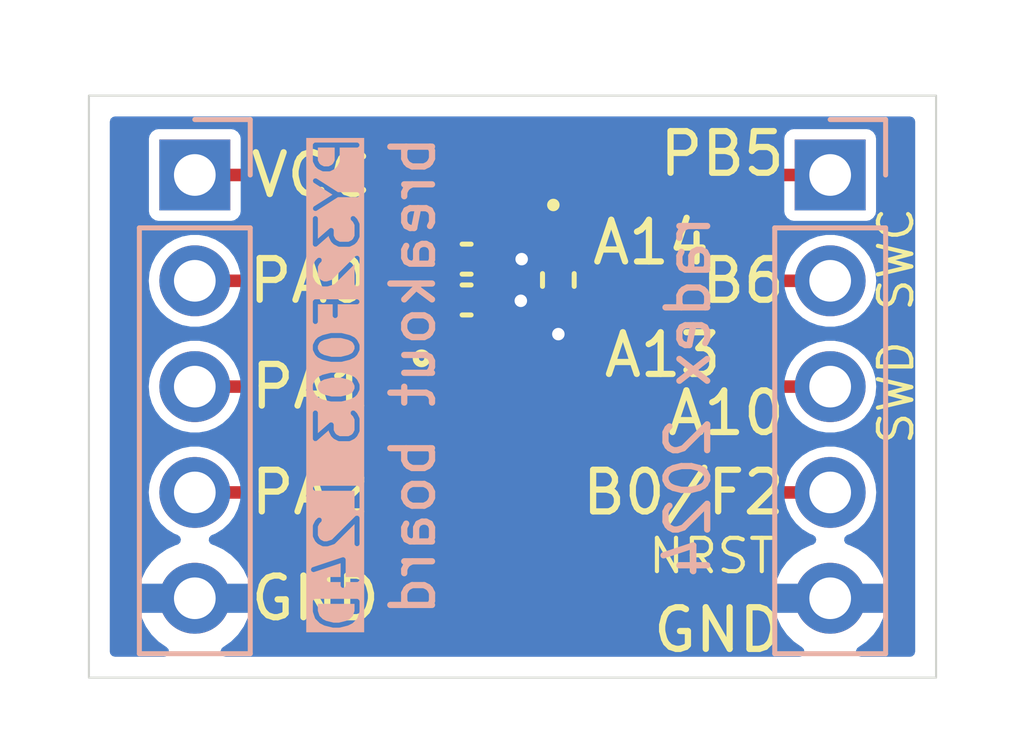
<source format=kicad_pcb>
(kicad_pcb (version 20240108) (generator "pcbnew") (generator_version "8.0")
  (layers (0 "F.Cu" signal) (31 "B.Cu" signal) (34 "B.Paste" user) (35 "F.Paste" user) (36 "B.SilkS" user "B.Silkscreen") (37 "F.SilkS" user "F.Silkscreen") (38 "B.Mask" user) (39 "F.Mask" user) (44 "Edge.Cuts" user))
  (net 0 "")
  (net 1 "GND")
  (net 2 "VCC")
  (net 3 "Net-(D151-Pad1)")
  (net 4 "Net-(J151-Pin_2)")
  (net 5 "Net-(J151-Pin_4)")
  (net 6 "Net-(J151-Pin_3)")
  (net 7 "Net-(J152-Pin_2)")
  (net 8 "Net-(J152-Pin_1)")
  (net 9 "Net-(J152-Pin_3)")
  (net 10 "Net-(J152-Pin_4)")
  (footprint "Capacitor_SMD:C_0402_1005Metric" (layer "F.Cu") (at 113.2 108.7)
    (property "Reference" "C152" (hide yes))
    (property "Value" "100n")
    (fp_line (start -0.107836 -0.36) (end 0.107836 -0.36) (stroke (width 0.12)) (layer "F.SilkS"))
    (fp_line (start -0.107836 0.36) (end 0.107836 0.36) (stroke (width 0.12)) (layer "F.SilkS"))
    (pad "1" smd roundrect (at -0.48 0) (size 0.56 0.62) (layers "F.Cu" "F.Paste" "F.Mask") (net 2 "VCC"))
    (pad "2" smd roundrect (at 0.48 0) (size 0.56 0.62) (layers "F.Cu" "F.Paste" "F.Mask") (net 1 "GND"))
  )
  (footprint "Capacitor_SMD:C_0402_1005Metric" (layer "F.Cu") (at 113.2 109.68)
    (property "Reference" "C151" (hide yes))
    (property "Value" "10n")
    (fp_line (start -0.107836 -0.36) (end 0.107836 -0.36) (stroke (width 0.12)) (layer "F.SilkS"))
    (fp_line (start -0.107836 0.36) (end 0.107836 0.36) (stroke (width 0.12)) (layer "F.SilkS"))
    (pad "1" smd roundrect (at -0.48 0) (size 0.56 0.62) (layers "F.Cu" "F.Paste" "F.Mask") (net 2 "VCC"))
    (pad "2" smd roundrect (at 0.48 0) (size 0.56 0.62) (layers "F.Cu" "F.Paste" "F.Mask") (net 1 "GND"))
  )
  (footprint "Resistor_SMD:R_0402_1005Metric" (layer "F.Cu") (at 115.4 109.2 90)
    (property "Reference" "R151" (hide yes))
    (property "Value" "1k")
    (fp_line (start -0.153641 -0.38) (end 0.153641 -0.38) (stroke (width 0.12)) (layer "F.SilkS"))
    (fp_line (start -0.153641 0.38) (end 0.153641 0.38) (stroke (width 0.12)) (layer "F.SilkS"))
    (pad "1" smd roundrect (at -0.51 0 90) (size 0.54 0.64) (layers "F.Cu" "F.Paste" "F.Mask") (net 1 "GND"))
    (pad "2" smd roundrect (at 0.51 0 90) (size 0.54 0.64) (layers "F.Cu" "F.Paste" "F.Mask") (net 3 "Net-(D151-Pad1)"))
  )
  (footprint "PCM_Package_DFN_QFN_AKL:DFN-8-1EP_3x2mm_P0.5mm_EP1.3x1.5mm" (layer "F.Cu") (at 114.12 112.28)
    (property "Reference" "U151" (hide yes))
    (property "Value" "PY32F003L24D" (hide yes))
    (fp_circle (center -2 -1.2) (end -1.9365 -1.2) (stroke (width 0.15)) (fill none) (layer "F.SilkS"))
    (pad "1" smd roundrect (at -1.45 -0.75) (size 0.75 0.3) (layers "F.Cu" "F.Paste" "F.Mask") (net 2 "VCC"))
    (pad "2" smd roundrect (at -1.45 -0.25) (size 0.75 0.3) (layers "F.Cu" "F.Paste" "F.Mask") (net 4 "Net-(J151-Pin_2)"))
    (pad "3" smd roundrect (at -1.45 0.25) (size 0.75 0.3) (layers "F.Cu" "F.Paste" "F.Mask") (net 6 "Net-(J151-Pin_3)"))
    (pad "4" smd roundrect (at -1.45 0.75) (size 0.75 0.3) (layers "F.Cu" "F.Paste" "F.Mask") (net 5 "Net-(J151-Pin_4)"))
    (pad "5" smd roundrect (at 1.45 0.75) (size 0.75 0.3) (layers "F.Cu" "F.Paste" "F.Mask") (net 10 "Net-(J152-Pin_4)"))
    (pad "6" smd roundrect (at 1.45 0.25) (size 0.75 0.3) (layers "F.Cu" "F.Paste" "F.Mask") (net 9 "Net-(J152-Pin_3)"))
    (pad "7" smd roundrect (at 1.45 -0.25) (size 0.75 0.3) (layers "F.Cu" "F.Paste" "F.Mask") (net 7 "Net-(J152-Pin_2)"))
    (pad "8" smd roundrect (at 1.45 -0.75) (size 0.75 0.3) (layers "F.Cu" "F.Paste" "F.Mask") (net 8 "Net-(J152-Pin_1)"))
    (pad "9" smd roundrect (at 0 0) (size 1.3 1.5) (layers "F.Cu" "F.Mask") (roundrect_rratio 0.1923076923) (net 1 "GND"))
  )
  (footprint "LED_SMD:LED_0603_1608Metric_Dot" (layer "F.Cu") (at 113.8 107.4 180)
    (property "Reference" "D151" (hide yes))
    (property "Value" "POWER")
    (fp_circle (center -1.48 0) (end -1.33 0) (fill solid) (layer "F.SilkS"))
    (pad "1" smd roundrect (at -0.7875 0 180) (size 0.875 0.95) (layers "F.Cu" "F.Paste" "F.Mask") (net 3 "Net-(D151-Pad1)"))
    (pad "2" smd roundrect (at 0.7875 0 180) (size 0.875 0.95) (layers "F.Cu" "F.Paste" "F.Mask") (net 2 "VCC"))
  )
  (footprint "Connector_PinHeader_2.54mm:PinHeader_1x05_P2.54mm_Vertical" (layer "B.Cu") (at 121.92 106.68 180)
    (property "Reference" "J152" (hide yes))
    (property "Value" "Conn_01x05")
    (fp_line (start 1.33 -1.27) (end -1.33 -1.27) (stroke (width 0.12)) (layer "B.SilkS"))
    (fp_line (start 1.33 -11.49) (end 1.33 -1.27) (stroke (width 0.12)) (layer "B.SilkS"))
    (fp_line (start 1.33 -11.49) (end -1.33 -11.49) (stroke (width 0.12)) (layer "B.SilkS"))
    (fp_line (start 0 1.33) (end -1.33 1.33) (stroke (width 0.12)) (layer "B.SilkS"))
    (fp_line (start -1.33 1.33) (end -1.33 0) (stroke (width 0.12)) (layer "B.SilkS"))
    (fp_line (start -1.33 -11.49) (end -1.33 -1.27) (stroke (width 0.12)) (layer "B.SilkS"))
    (pad "1" thru_hole rect (at 0 0 180) (size 1.7 1.7) (drill 1) (layers "*.Cu" "*.Mask") (net 8 "Net-(J152-Pin_1)"))
    (pad "2" thru_hole oval (at 0 -2.54 180) (size 1.7 1.7) (drill 1) (layers "*.Cu" "*.Mask") (net 7 "Net-(J152-Pin_2)"))
    (pad "3" thru_hole oval (at 0 -5.08 180) (size 1.7 1.7) (drill 1) (layers "*.Cu" "*.Mask") (net 9 "Net-(J152-Pin_3)"))
    (pad "4" thru_hole oval (at 0 -7.62 180) (size 1.7 1.7) (drill 1) (layers "*.Cu" "*.Mask") (net 10 "Net-(J152-Pin_4)"))
    (pad "5" thru_hole oval (at 0 -10.16 180) (size 1.7 1.7) (drill 1) (layers "*.Cu" "*.Mask") (net 1 "GND"))
  )
  (footprint "Connector_PinHeader_2.54mm:PinHeader_1x05_P2.54mm_Vertical" (layer "B.Cu") (at 106.68 106.68 180)
    (property "Reference" "J151" (hide yes))
    (property "Value" "Conn_01x05")
    (fp_line (start 1.33 -1.27) (end -1.33 -1.27) (stroke (width 0.12)) (layer "B.SilkS"))
    (fp_line (start 1.33 -11.49) (end 1.33 -1.27) (stroke (width 0.12)) (layer "B.SilkS"))
    (fp_line (start 1.33 -11.49) (end -1.33 -11.49) (stroke (width 0.12)) (layer "B.SilkS"))
    (fp_line (start 0 1.33) (end -1.33 1.33) (stroke (width 0.12)) (layer "B.SilkS"))
    (fp_line (start -1.33 1.33) (end -1.33 0) (stroke (width 0.12)) (layer "B.SilkS"))
    (fp_line (start -1.33 -11.49) (end -1.33 -1.27) (stroke (width 0.12)) (layer "B.SilkS"))
    (pad "1" thru_hole rect (at 0 0 180) (size 1.7 1.7) (drill 1) (layers "*.Cu" "*.Mask") (net 2 "VCC"))
    (pad "2" thru_hole oval (at 0 -2.54 180) (size 1.7 1.7) (drill 1) (layers "*.Cu" "*.Mask") (net 4 "Net-(J151-Pin_2)"))
    (pad "3" thru_hole oval (at 0 -5.08 180) (size 1.7 1.7) (drill 1) (layers "*.Cu" "*.Mask") (net 6 "Net-(J151-Pin_3)"))
    (pad "4" thru_hole oval (at 0 -7.62 180) (size 1.7 1.7) (drill 1) (layers "*.Cu" "*.Mask") (net 5 "Net-(J151-Pin_4)"))
    (pad "5" thru_hole oval (at 0 -10.16 180) (size 1.7 1.7) (drill 1) (layers "*.Cu" "*.Mask") (net 1 "GND"))
  )
  (gr_rect (start 104.14 104.775) (end 124.46 118.745) (stroke (width 0.05)) (fill none) (layer "Edge.Cuts"))
  (gr_text "PY32F003 L24D" (at 110.7 111.7 90) (layer "B.SilkS" knockout) (effects (font (size 1 1) (thickness 0.12)) (justify bottom mirror)))
  (gr_text "radex 2024" (at 119.1 112 90) (layer "B.SilkS") (effects (font (size 1 1)) (justify bottom mirror)))
  (gr_text "breakout board" (at 112.5 111.5 90) (layer "B.SilkS") (effects (font (size 1 1)) (justify bottom mirror)))
  (gr_text "GND" (at 107.95 116.84 0) (layer "F.SilkS") (effects (font (size 1 1)) (justify left)))
  (gr_text "A10" (at 120.904 112.395 0) (layer "F.SilkS") (effects (font (size 1 1)) (justify right)))
  (gr_text "VCC" (at 107.95 106.68 0) (layer "F.SilkS") (effects (font (size 1 1)) (justify left)))
  (gr_text "GND" (at 117.6 117.6 0) (layer "F.SilkS") (effects (font (size 1 1)) (justify left)))
  (gr_text "A13" (at 119.38 111 0) (layer "F.SilkS") (effects (font (size 1 1)) (justify right)))
  (gr_text "SWD" (at 123.5 110.6 90) (layer "F.SilkS") (effects (font (size 0.8 0.8) (thickness 0.1)) (justify right)))
  (gr_text "SWC" (at 123.5 107.4 90) (layer "F.SilkS") (effects (font (size 0.8 0.8) (thickness 0.1)) (justify right)))
  (gr_text "NRST" (at 120.65 115.824 0) (layer "F.SilkS") (effects (font (size 0.8 0.8) (thickness 0.1)) (justify right)))
  (gr_text "B6" (at 120.904 109.22 0) (layer "F.SilkS") (effects (font (size 1 1)) (justify right)))
  (gr_text "PA2" (at 107.95 114.3 0) (layer "F.SilkS") (effects (font (size 1 1)) (justify left)))
  (gr_text "PA0" (at 107.9 109.22 0) (layer "F.SilkS") (effects (font (size 1 1)) (justify left)))
  (gr_text "PA1" (at 107.95 111.76 0) (layer "F.SilkS") (effects (font (size 1 1)) (justify left)))
  (gr_text "PB5" (at 120.904 106.172 0) (layer "F.SilkS") (effects (font (size 1 1)) (justify right)))
  (gr_text "A14" (at 119.1 108.3 0) (layer "F.SilkS") (effects (font (size 1 1)) (justify right)))
  (gr_text "B0/F2" (at 120.904 114.3 0) (layer "F.SilkS") (effects (font (size 1 1)) (justify right)))
  (segment (start 114.12 112.28) (end 114.12 110.92) (width 0.3) (layer "F.Cu") (net 1))
  (segment (start 113.78 109.7) (end 114.5 109.7) (width 0.3) (layer "F.Cu") (net 1))
  (segment (start 113.68 108.7) (end 113.68 109.68) (width 0.3) (layer "F.Cu") (net 1))
  (segment (start 115.4 109.78) (end 115.4 110.5) (width 0.3) (layer "F.Cu") (net 1))
  (segment (start 114.12 110.92) (end 113.68 110.48) (width 0.3) (layer "F.Cu") (net 1))
  (segment (start 113.68 110.48) (end 113.68 109.68) (width 0.3) (layer "F.Cu") (net 1))
  (segment (start 113.8 108.7) (end 114.52 108.7) (width 0.3) (layer "F.Cu") (net 1))
  (via (at 114.5 109.7) (size 0.6) (drill 0.3) (layers "F.Cu" "B.Cu") (net 1))
  (via (at 114.52 108.7) (size 0.6) (drill 0.3) (layers "F.Cu" "B.Cu") (net 1))
  (via (at 115.4 110.5) (size 0.6) (drill 0.3) (layers "F.Cu" "B.Cu") (net 1))
  (segment (start 106.68 106.68) (end 109.88 106.68) (width 0.3) (layer "F.Cu") (net 2))
  (segment (start 112.72 109.68) (end 112.72 108.7) (width 0.3) (layer "F.Cu") (net 2))
  (segment (start 111.9 108.7) (end 112.72 108.7) (width 0.3) (layer "F.Cu") (net 2))
  (segment (start 111.3 108.1) (end 112 107.4) (width 0.3) (layer "F.Cu") (net 2))
  (segment (start 112.67 111.53) (end 112.67 109.73) (width 0.3) (layer "F.Cu") (net 2))
  (segment (start 112.67 109.73) (end 112.72 109.68) (width 0.3) (layer "F.Cu") (net 2))
  (segment (start 109.88 106.68) (end 111.3 108.1) (width 0.3) (layer "F.Cu") (net 2))
  (segment (start 111.3 108.1) (end 111.9 108.7) (width 0.3) (layer "F.Cu") (net 2))
  (segment (start 112 107.4) (end 113.0125 107.4) (width 0.3) (layer "F.Cu") (net 2))
  (segment (start 115.2 107.4) (end 114.5875 107.4) (width 0.3) (layer "F.Cu") (net 3))
  (segment (start 114.8 107.6125) (end 114.5875 107.4) (width 0.3) (layer "F.Cu") (net 3))
  (segment (start 115.4 107.6) (end 115.2 107.4) (width 0.3) (layer "F.Cu") (net 3))
  (segment (start 115.4 108.69) (end 115.4 107.6) (width 0.3) (layer "F.Cu") (net 3))
  (segment (start 106.68 109.22) (end 108.72 109.22) (width 0.3) (layer "F.Cu") (net 4))
  (segment (start 111.53 112.03) (end 112.67 112.03) (width 0.3) (layer "F.Cu") (net 4))
  (segment (start 108.72 109.22) (end 111.53 112.03) (width 0.3) (layer "F.Cu") (net 4))
  (segment (start 111.87 113.03) (end 112.67 113.03) (width 0.3) (layer "F.Cu") (net 5))
  (segment (start 106.68 114.3) (end 110.6 114.3) (width 0.3) (layer "F.Cu") (net 5))
  (segment (start 110.6 114.3) (end 111.87 113.03) (width 0.3) (layer "F.Cu") (net 5))
  (segment (start 110.43 112.53) (end 112.67 112.53) (width 0.3) (layer "F.Cu") (net 6))
  (segment (start 109.66 111.76) (end 110.43 112.53) (width 0.3) (layer "F.Cu") (net 6))
  (segment (start 106.68 111.76) (end 109.66 111.76) (width 0.3) (layer "F.Cu") (net 6))
  (segment (start 115.57 112.03) (end 117.47 112.03) (width 0.3) (layer "F.Cu") (net 7))
  (segment (start 120.28 109.22) (end 121.92 109.22) (width 0.3) (layer "F.Cu") (net 7))
  (segment (start 117.47 112.03) (end 120.28 109.22) (width 0.3) (layer "F.Cu") (net 7))
  (segment (start 116.37 111.53) (end 117 110.9) (width 0.3) (layer "F.Cu") (net 8))
  (segment (start 117 110) (end 120.32 106.68) (width 0.3) (layer "F.Cu") (net 8))
  (segment (start 117 110.9) (end 117 110) (width 0.3) (layer "F.Cu") (net 8))
  (segment (start 115.57 111.53) (end 116.37 111.53) (width 0.3) (layer "F.Cu") (net 8))
  (segment (start 120.32 106.68) (end 121.92 106.68) (width 0.3) (layer "F.Cu") (net 8))
  (segment (start 119.07 112.53) (end 115.57 112.53) (width 0.3) (layer "F.Cu") (net 9))
  (segment (start 119.84 111.76) (end 119.07 112.53) (width 0.3) (layer "F.Cu") (net 9))
  (segment (start 121.92 111.76) (end 119.84 111.76) (width 0.3) (layer "F.Cu") (net 9))
  (segment (start 117.9 114.3) (end 121.92 114.3) (width 0.3) (layer "F.Cu") (net 10))
  (segment (start 115.57 113.03) (end 116.63 113.03) (width 0.3) (layer "F.Cu") (net 10))
  (segment (start 116.63 113.03) (end 117.9 114.3) (width 0.3) (layer "F.Cu") (net 10))
  (zone (net 1) (net_name "GND") (layer "B.Cu") (connect_pads (clearance 0.25)) (min_thickness 0.25) (fill yes (thermal_gap 0.5) (thermal_bridge_width 0.7))
    (polygon (pts (xy 103.116454 103.879971) (xy 103.7 119.4) (xy 125.7 119.9) (xy 124.716454 102.479971)))
  )
)
</source>
